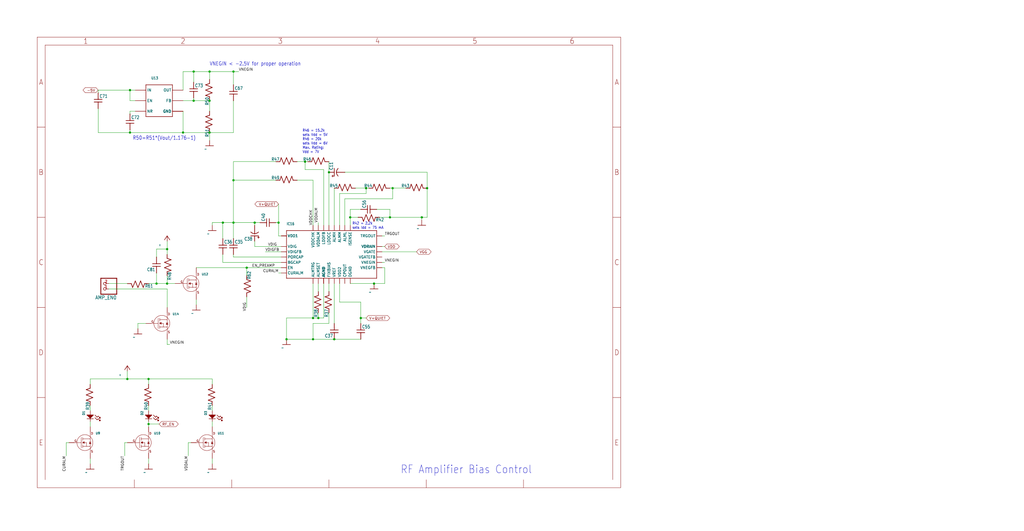
<source format=kicad_sch>
(kicad_sch (version 20211123) (generator eeschema)
  (paper "User" 490.22 254.406)
  (lib_symbols
    (symbol "aom_simple-eagle-import:+5V" (power)
      (property "Value" "+5V" (at -2.54 -5.08 90))
      (symbol "+5V_1_0"
        (polyline (pts (xy 0 0) (xy -1.27 -1.905)) (stroke (width 0.254)))
        (polyline (pts (xy 1.27 -1.905) (xy 0 0)) (stroke (width 0.254)))
        (pin power_in line (at 0 -2.54 90) (length 2.54) (name "+5V") (number "1"))
      )
    )
    (symbol "aom_simple-eagle-import:C_MLCC_SMDCMLCC_0402"
      (property "Reference" "C" (at 0.5715 0.0635 0))
      (property "Value" "C_MLCC_SMDCMLCC_0402" (at 0.5715 -4.3815 0))
      (symbol "C_MLCC_SMDCMLCC_0402_1_0"
        (polyline (pts (xy -1.905 -1.905) (xy 0 -1.905)) (stroke (width 0.3048)))
        (polyline (pts (xy 0 -1.905) (xy 0 -5.08)) (stroke (width 0.3048)))
        (polyline (pts (xy 0 -1.905) (xy 1.905 -1.905)) (stroke (width 0.3048)))
        (polyline (pts (xy 0 -0.635) (xy -1.905 -0.635)) (stroke (width 0.3048)))
        (polyline (pts (xy 0 -0.635) (xy 0 2.54)) (stroke (width 0.3048)))
        (polyline (pts (xy 1.905 -0.635) (xy 0 -0.635)) (stroke (width 0.3048)))
        (pin passive line (at 0 2.54 270) (length 0) (name "1") (number "P$1"))
        (pin passive line (at 0 -5.08 90) (length 0) (name "2") (number "P$2"))
      )
    )
    (symbol "aom_simple-eagle-import:C_MLCC_SMDCMLCC_0603"
      (property "Reference" "C" (at 0.5715 0.0635 0))
      (property "Value" "C_MLCC_SMDCMLCC_0603" (at 0.5715 -4.3815 0))
      (symbol "C_MLCC_SMDCMLCC_0603_1_0"
        (polyline (pts (xy -1.905 -1.905) (xy 0 -1.905)) (stroke (width 0.3048)))
        (polyline (pts (xy 0 -1.905) (xy 0 -5.08)) (stroke (width 0.3048)))
        (polyline (pts (xy 0 -1.905) (xy 1.905 -1.905)) (stroke (width 0.3048)))
        (polyline (pts (xy 0 -0.635) (xy -1.905 -0.635)) (stroke (width 0.3048)))
        (polyline (pts (xy 0 -0.635) (xy 0 2.54)) (stroke (width 0.3048)))
        (polyline (pts (xy 1.905 -0.635) (xy 0 -0.635)) (stroke (width 0.3048)))
        (pin passive line (at 0 2.54 270) (length 0) (name "1") (number "P$1"))
        (pin passive line (at 0 -5.08 90) (length 0) (name "2") (number "P$2"))
      )
    )
    (symbol "aom_simple-eagle-import:C_MLCC_SMDCMLCC_0805"
      (property "Reference" "C" (at 0.5715 0.0635 0))
      (property "Value" "C_MLCC_SMDCMLCC_0805" (at 0.5715 -4.3815 0))
      (symbol "C_MLCC_SMDCMLCC_0805_1_0"
        (polyline (pts (xy -1.905 -1.905) (xy 0 -1.905)) (stroke (width 0.3048)))
        (polyline (pts (xy 0 -1.905) (xy 0 -5.08)) (stroke (width 0.3048)))
        (polyline (pts (xy 0 -1.905) (xy 1.905 -1.905)) (stroke (width 0.3048)))
        (polyline (pts (xy 0 -0.635) (xy -1.905 -0.635)) (stroke (width 0.3048)))
        (polyline (pts (xy 0 -0.635) (xy 0 2.54)) (stroke (width 0.3048)))
        (polyline (pts (xy 1.905 -0.635) (xy 0 -0.635)) (stroke (width 0.3048)))
        (pin passive line (at 0 2.54 270) (length 0) (name "1") (number "P$1"))
        (pin passive line (at 0 -5.08 90) (length 0) (name "2") (number "P$2"))
      )
    )
    (symbol "aom_simple-eagle-import:C_MLCC_SMDCMLCC_1210"
      (property "Reference" "C" (at 0.5715 0.0635 0))
      (property "Value" "C_MLCC_SMDCMLCC_1210" (at 0.5715 -4.3815 0))
      (symbol "C_MLCC_SMDCMLCC_1210_1_0"
        (polyline (pts (xy -1.905 -1.905) (xy 0 -1.905)) (stroke (width 0.3048)))
        (polyline (pts (xy 0 -1.905) (xy 0 -5.08)) (stroke (width 0.3048)))
        (polyline (pts (xy 0 -1.905) (xy 1.905 -1.905)) (stroke (width 0.3048)))
        (polyline (pts (xy 0 -0.635) (xy -1.905 -0.635)) (stroke (width 0.3048)))
        (polyline (pts (xy 0 -0.635) (xy 0 2.54)) (stroke (width 0.3048)))
        (polyline (pts (xy 1.905 -0.635) (xy 0 -0.635)) (stroke (width 0.3048)))
        (pin passive line (at 0 2.54 270) (length 0) (name "1") (number "P$1"))
        (pin passive line (at 0 -5.08 90) (length 0) (name "2") (number "P$2"))
      )
    )
    (symbol "aom_simple-eagle-import:C_POL_SMDCPOL_1206"
      (property "Reference" "C" (at 1.016 0.635 0))
      (property "Value" "C_POL_SMDCPOL_1206" (at 1.016 -4.191 0))
      (symbol "C_POL_SMDCPOL_1206_1_0"
        (rectangle (start -2.253 0.668) (end -1.364 0.795) (fill (type outline)))
        (rectangle (start -1.872 0.287) (end -1.745 1.176) (fill (type outline)))
        (arc (start 0 -1.0161) (mid -0.9846 -1.2825) (end -1.8319 -1.8504) (stroke (width 0.3048)))
        (polyline (pts (xy -1.905 0) (xy 0 0)) (stroke (width 0.3048)))
        (polyline (pts (xy 0 -1.0161) (xy 0 -5.08)) (stroke (width 0.3048)))
        (polyline (pts (xy 0 -1.016) (xy 0 -1.0161)) (stroke (width 0.1524)))
        (polyline (pts (xy 0 0) (xy 0 2.54)) (stroke (width 0.3048)))
        (polyline (pts (xy 0 0) (xy 1.905 0)) (stroke (width 0.3048)))
        (arc (start 1.8542 -1.8542) (mid 0.9984 -1.2724) (end 0 -1) (stroke (width 0.3048)))
        (pin passive line (at 0 2.54 270) (length 0) (name "+") (number "P$1"))
        (pin passive line (at 0 -5.08 90) (length 0) (name "-") (number "P$2"))
      )
    )
    (symbol "aom_simple-eagle-import:FRAME_A_L"
      (symbol "FRAME_A_L_0_0"
        (polyline (pts (xy 0 43.18) (xy 3.81 43.18)))
        (polyline (pts (xy 0 86.36) (xy 3.81 86.36)))
        (polyline (pts (xy 0 129.54) (xy 3.81 129.54)))
        (polyline (pts (xy 0 172.72) (xy 3.81 172.72)))
        (polyline (pts (xy 3.81 3.81) (xy 3.81 212.09)))
        (polyline (pts (xy 46.5667 0) (xy 46.5667 3.81)))
        (polyline (pts (xy 93.1333 0) (xy 93.1333 3.81)))
        (polyline (pts (xy 139.7 0) (xy 139.7 3.81)))
        (polyline (pts (xy 186.2667 0) (xy 186.2667 3.81)))
        (polyline (pts (xy 232.8333 0) (xy 232.8333 3.81)))
        (polyline (pts (xy 275.59 3.81) (xy 275.59 212.09)))
        (polyline (pts (xy 275.59 43.18) (xy 279.4 43.18)))
        (polyline (pts (xy 275.59 86.36) (xy 279.4 86.36)))
        (polyline (pts (xy 275.59 129.54) (xy 279.4 129.54)))
        (polyline (pts (xy 275.59 172.72) (xy 279.4 172.72)))
        (polyline (pts (xy 275.59 212.09) (xy 3.81 212.09)))
        (polyline (pts (xy 0 0) (xy 279.4 0) (xy 279.4 215.9) (xy 0 215.9) (xy 0 0)))
        (text "1" (at 23.2833 213.995 0) (effects (font (size 2.54 2.286))))
        (text "2" (at 69.85 213.995 0) (effects (font (size 2.54 2.286))))
        (text "3" (at 116.4167 213.995 0) (effects (font (size 2.54 2.286))))
        (text "4" (at 162.9833 213.995 0) (effects (font (size 2.54 2.286))))
        (text "5" (at 209.55 213.995 0) (effects (font (size 2.54 2.286))))
        (text "6" (at 256.1167 213.995 0) (effects (font (size 2.54 2.286))))
        (text "A" (at 1.905 194.31 0) (effects (font (size 2.54 2.286))))
        (text "A" (at 277.495 194.31 0) (effects (font (size 2.54 2.286))))
        (text "B" (at 1.905 151.13 0) (effects (font (size 2.54 2.286))))
        (text "B" (at 277.495 151.13 0) (effects (font (size 2.54 2.286))))
        (text "C" (at 1.905 107.95 0) (effects (font (size 2.54 2.286))))
        (text "C" (at 277.495 107.95 0) (effects (font (size 2.54 2.286))))
        (text "D" (at 1.905 64.77 0) (effects (font (size 2.54 2.286))))
        (text "D" (at 277.495 64.77 0) (effects (font (size 2.54 2.286))))
        (text "E" (at 1.905 21.59 0) (effects (font (size 2.54 2.286))))
        (text "E" (at 277.495 21.59 0) (effects (font (size 2.54 2.286))))
      )
      (symbol "FRAME_A_L_2_0"
        (polyline (pts (xy 0 0) (xy 0 5.08)) (stroke (width 0.1016)))
        (polyline (pts (xy 0 0) (xy 71.12 0)) (stroke (width 0.1016)))
        (polyline (pts (xy 0 5.08) (xy 0 15.24)) (stroke (width 0.1016)))
        (polyline (pts (xy 0 5.08) (xy 71.12 5.08)) (stroke (width 0.1016)))
        (polyline (pts (xy 0 15.24) (xy 0 22.86)) (stroke (width 0.1016)))
        (polyline (pts (xy 0 22.86) (xy 0 35.56)) (stroke (width 0.1016)))
        (polyline (pts (xy 0 22.86) (xy 101.6 22.86)) (stroke (width 0.1016)))
        (polyline (pts (xy 71.12 0) (xy 101.6 0)) (stroke (width 0.1016)))
        (polyline (pts (xy 71.12 5.08) (xy 71.12 0)) (stroke (width 0.1016)))
        (polyline (pts (xy 71.12 5.08) (xy 87.63 5.08)) (stroke (width 0.1016)))
        (polyline (pts (xy 87.63 5.08) (xy 101.6 5.08)) (stroke (width 0.1016)))
        (polyline (pts (xy 87.63 15.24) (xy 0 15.24)) (stroke (width 0.1016)))
        (polyline (pts (xy 87.63 15.24) (xy 87.63 5.08)) (stroke (width 0.1016)))
        (polyline (pts (xy 101.6 5.08) (xy 101.6 0)) (stroke (width 0.1016)))
        (polyline (pts (xy 101.6 15.24) (xy 87.63 15.24)) (stroke (width 0.1016)))
        (polyline (pts (xy 101.6 15.24) (xy 101.6 5.08)) (stroke (width 0.1016)))
        (polyline (pts (xy 101.6 22.86) (xy 101.6 15.24)) (stroke (width 0.1016)))
        (polyline (pts (xy 101.6 35.56) (xy 0 35.56)) (stroke (width 0.1016)))
        (polyline (pts (xy 101.6 35.56) (xy 101.6 22.86)) (stroke (width 0.1016)))
        (text ">DRAWING_NAME" (at 17.78 19.05 0) (effects (font (size 2.54 2.159)) (justify left bottom)))
        (text ">LAST_DATE_TIME" (at 12.7 1.27 0) (effects (font (size 2.54 2.159)) (justify left bottom)))
        (text ">SHEET" (at 86.36 1.27 0) (effects (font (size 2.54 2.159)) (justify left bottom)))
        (text "Date:" (at 1.27 1.27 0) (effects (font (size 2.54 2.159)) (justify left bottom)))
        (text "Document Number:" (at 1.27 11.43 0) (effects (font (size 2.54 2.159)) (justify left bottom)))
        (text "REV:" (at 88.9 11.43 0) (effects (font (size 2.54 2.159)) (justify left bottom)))
        (text "Sheet:" (at 72.39 1.27 0) (effects (font (size 2.54 2.159)) (justify left bottom)))
        (text "TITLE:" (at 1.27 19.05 0) (effects (font (size 2.54 2.159)) (justify left bottom)))
      )
    )
    (symbol "aom_simple-eagle-import:GND" (power)
      (property "Value" "GND" (at -2.54 -2.54 0))
      (symbol "GND_1_0"
        (polyline (pts (xy -1.905 0) (xy 1.905 0)) (stroke (width 0.254)))
        (pin power_in line (at 0 2.54 270) (length 2.54) (name "GND") (number "1"))
      )
    )
    (symbol "aom_simple-eagle-import:HMC920"
      (property "Reference" "IC" (at -20.32 15.24 0))
      (property "Value" "HMC920" (at -20.32 -12.7 0))
      (symbol "HMC920_1_0"
        (polyline (pts (xy -20.32 -10.16) (xy 22.86 -10.16)) (stroke (width 0.254)))
        (polyline (pts (xy -20.32 12.7) (xy -20.32 -10.16)) (stroke (width 0.254)))
        (polyline (pts (xy -20.32 12.7) (xy 22.86 12.7)) (stroke (width 0.254)))
        (polyline (pts (xy 22.86 12.7) (xy 22.86 -10.16)) (stroke (width 0.254)))
        (pin bidirectional line (at -22.86 10.16 0) (length 2.54) (name "VDD1") (number "1"))
        (pin bidirectional line (at -5.08 -12.7 90) (length 2.54) (name "ALMSET") (number "10"))
        (pin bidirectional line (at -2.54 -12.7 90) (length 2.54) (name "AGND") (number "11"))
        (pin bidirectional line (at 0 -12.7 90) (length 2.54) (name "FIXBIAS") (number "12"))
        (pin bidirectional line (at 2.54 -12.7 90) (length 2.54) (name "VREF") (number "13"))
        (pin bidirectional line (at 5.08 -12.7 90) (length 2.54) (name "VDD2") (number "14"))
        (pin bidirectional line (at 7.62 -12.7 90) (length 2.54) (name "CPOUT") (number "15"))
        (pin bidirectional line (at 10.16 -12.7 90) (length 2.54) (name "DGND") (number "16"))
        (pin bidirectional line (at -2.54 -12.7 90) (length 2.54) (name "AGND") (number "17"))
        (pin bidirectional line (at 25.4 -5.08 180) (length 2.54) (name "VNEGFB") (number "18"))
        (pin bidirectional line (at 25.4 -2.54 180) (length 2.54) (name "VNEGIN") (number "19"))
        (pin bidirectional line (at -22.86 10.16 0) (length 2.54) (name "VDD1") (number "2"))
        (pin bidirectional line (at 25.4 0 180) (length 2.54) (name "VGATEFB") (number "20"))
        (pin bidirectional line (at 25.4 2.54 180) (length 2.54) (name "VGATE") (number "21"))
        (pin bidirectional line (at 25.4 5.08 180) (length 2.54) (name "VDRAIN") (number "22"))
        (pin bidirectional line (at 25.4 5.08 180) (length 2.54) (name "VDRAIN") (number "23"))
        (pin bidirectional line (at 25.4 10.16 180) (length 2.54) (name "TRGOUT") (number "24"))
        (pin bidirectional line (at 10.16 15.24 270) (length 2.54) (name "ISENSE") (number "25"))
        (pin bidirectional line (at 7.62 15.24 270) (length 2.54) (name "ALML") (number "26"))
        (pin bidirectional line (at 5.08 15.24 270) (length 2.54) (name "ALMM") (number "27"))
        (pin bidirectional line (at 2.54 15.24 270) (length 2.54) (name "ALMH") (number "28"))
        (pin bidirectional line (at 0 15.24 270) (length 2.54) (name "LDOCC") (number "29"))
        (pin bidirectional line (at -22.86 5.08 0) (length 2.54) (name "VDIG") (number "3"))
        (pin bidirectional line (at -2.54 15.24 270) (length 2.54) (name "LDOFB") (number "30"))
        (pin bidirectional line (at -5.08 15.24 270) (length 2.54) (name "VDDALM") (number "31"))
        (pin bidirectional line (at -7.62 15.24 270) (length 2.54) (name "VDDCHK") (number "32"))
        (pin bidirectional line (at -2.54 -12.7 90) (length 2.54) (name "AGND") (number "33"))
        (pin bidirectional line (at -2.54 -12.7 90) (length 2.54) (name "AGND") (number "34"))
        (pin bidirectional line (at -2.54 -12.7 90) (length 2.54) (name "AGND") (number "35"))
        (pin bidirectional line (at -2.54 -12.7 90) (length 2.54) (name "AGND") (number "36"))
        (pin bidirectional line (at -2.54 -12.7 90) (length 2.54) (name "AGND") (number "37"))
        (pin bidirectional line (at -2.54 -12.7 90) (length 2.54) (name "AGND") (number "38"))
        (pin bidirectional line (at -2.54 -12.7 90) (length 2.54) (name "AGND") (number "39"))
        (pin bidirectional line (at -22.86 2.54 0) (length 2.54) (name "VDIGFB") (number "4"))
        (pin bidirectional line (at -2.54 -12.7 90) (length 2.54) (name "AGND") (number "40"))
        (pin bidirectional line (at -2.54 -12.7 90) (length 2.54) (name "AGND") (number "41"))
        (pin bidirectional line (at -2.54 -12.7 90) (length 2.54) (name "AGND") (number "42"))
        (pin bidirectional line (at -22.86 0 0) (length 2.54) (name "PORCAP") (number "5"))
        (pin bidirectional line (at -22.86 -2.54 0) (length 2.54) (name "BGCAP") (number "6"))
        (pin bidirectional line (at -22.86 -5.08 0) (length 2.54) (name "EN") (number "7"))
        (pin bidirectional line (at -22.86 -7.62 0) (length 2.54) (name "CURALM") (number "8"))
        (pin bidirectional line (at -7.62 -12.7 90) (length 2.54) (name "ALMTRG") (number "9"))
      )
    )
    (symbol "aom_simple-eagle-import:LED_SINGLE-0603-GREEN"
      (property "Reference" "D" (at -2.54 -2.54 0))
      (property "Value" "LED_SINGLE-0603-GREEN" (at -2.54 -5.08 0))
      (symbol "LED_SINGLE-0603-GREEN_1_0"
        (polyline (pts (xy -0.508 -1.524) (xy -0.508 1.524)) (stroke (width 0.254)))
        (polyline (pts (xy -0.508 1.524) (xy 1.016 0)) (stroke (width 0.254)))
        (polyline (pts (xy -0.508 2.286) (xy 0.508 3.302)) (stroke (width 0.254)))
        (polyline (pts (xy 0 3.81) (xy 1.016 4.826)) (stroke (width 0.254)))
        (polyline (pts (xy 0.508 3.302) (xy 0 3.81)) (stroke (width 0.254)))
        (polyline (pts (xy 0.508 4.826) (xy 1.016 4.318)) (stroke (width 0.254)))
        (polyline (pts (xy 0.762 2.286) (xy 1.778 3.302)) (stroke (width 0.254)))
        (polyline (pts (xy 1.016 0) (xy -0.508 -1.524)) (stroke (width 0.254)))
        (polyline (pts (xy 1.016 4.318) (xy 1.016 4.826)) (stroke (width 0.254)))
        (polyline (pts (xy 1.016 4.826) (xy 0.508 4.826)) (stroke (width 0.254)))
        (polyline (pts (xy 1.27 1.524) (xy 1.27 -1.524)) (stroke (width 0.254)))
        (polyline (pts (xy 1.27 3.81) (xy 2.286 4.826)) (stroke (width 0.254)))
        (polyline (pts (xy 1.778 3.302) (xy 1.27 3.81)) (stroke (width 0.254)))
        (polyline (pts (xy 1.778 4.826) (xy 2.286 4.318)) (stroke (width 0.254)))
        (polyline (pts (xy 2.286 4.318) (xy 2.286 4.826)) (stroke (width 0.254)))
        (polyline (pts (xy 2.286 4.826) (xy 1.778 4.826)) (stroke (width 0.254)))
        (polyline (pts (xy -0.508 -1.524) (xy -0.508 1.524) (xy 1.016 0)) (fill (type outline)))
        (pin power_in line (at -2.54 0 0) (length 2.54) (name "ANODE") (number "ANODE"))
        (pin power_in line (at 2.54 0 180) (length 2.54) (name "CATHODE") (number "CATHODE"))
      )
    )
    (symbol "aom_simple-eagle-import:LED_SINGLE-0603-RED"
      (property "Reference" "D" (at -2.54 -2.54 0))
      (property "Value" "LED_SINGLE-0603-RED" (at -2.54 -5.08 0))
      (symbol "LED_SINGLE-0603-RED_1_0"
        (polyline (pts (xy -0.508 -1.524) (xy -0.508 1.524)) (stroke (width 0.254)))
        (polyline (pts (xy -0.508 1.524) (xy 1.016 0)) (stroke (width 0.254)))
        (polyline (pts (xy -0.508 2.286) (xy 0.508 3.302)) (stroke (width 0.254)))
        (polyline (pts (xy 0 3.81) (xy 1.016 4.826)) (stroke (width 0.254)))
        (polyline (pts (xy 0.508 3.302) (xy 0 3.81)) (stroke (width 0.254)))
        (polyline (pts (xy 0.508 4.826) (xy 1.016 4.318)) (stroke (width 0.254)))
        (polyline (pts (xy 0.762 2.286) (xy 1.778 3.302)) (stroke (width 0.254)))
        (polyline (pts (xy 1.016 0) (xy -0.508 -1.524)) (stroke (width 0.254)))
        (polyline (pts (xy 1.016 4.318) (xy 1.016 4.826)) (stroke (width 0.254)))
        (polyline (pts (xy 1.016 4.826) (xy 0.508 4.826)) (stroke (width 0.254)))
        (polyline (pts (xy 1.27 1.524) (xy 1.27 -1.524)) (stroke (width 0.254)))
        (polyline (pts (xy 1.27 3.81) (xy 2.286 4.826)) (stroke (width 0.254)))
        (polyline (pts (xy 1.778 3.302) (xy 1.27 3.81)) (stroke (width 0.254)))
        (polyline (pts (xy 1.778 4.826) (xy 2.286 4.318)) (stroke (width 0.254)))
        (polyline (pts (xy 2.286 4.318) (xy 2.286 4.826)) (stroke (width 0.254)))
        (polyline (pts (xy 2.286 4.826) (xy 1.778 4.826)) (stroke (width 0.254)))
        (polyline (pts (xy -0.508 -1.524) (xy -0.508 1.524) (xy 1.016 0)) (fill (type outline)))
        (pin power_in line (at -2.54 0 0) (length 2.54) (name "ANODE") (number "ANODE"))
        (pin power_in line (at 2.54 0 180) (length 2.54) (name "CATHODE") (number "CATHODE"))
      )
    )
    (symbol "aom_simple-eagle-import:N-CHANNEL_FET_SOT-23-3"
      (property "Reference" "U" (at 5.08 5.08 0))
      (property "Value" "N-CHANNEL_FET_SOT-23-3" (at 5.08 2.54 0))
      (symbol "N-CHANNEL_FET_SOT-23-3_1_0"
        (polyline (pts (xy -5.08 0) (xy -1.778 0)) (stroke (width 0.1524)))
        (polyline (pts (xy -1.778 0) (xy -1.778 -2.54)) (stroke (width 0.1524)))
        (polyline (pts (xy -1.778 0) (xy -1.778 2.54)) (stroke (width 0.1524)))
        (polyline (pts (xy -1.016 -1.778) (xy -1.016 -2.54)) (stroke (width 0.1524)))
        (polyline (pts (xy -1.016 -1.778) (xy -1.016 -1.016)) (stroke (width 0.1524)))
        (polyline (pts (xy -1.016 0) (xy -1.016 -0.508)) (stroke (width 0.1524)))
        (polyline (pts (xy -1.016 0) (xy 0.762 0)) (stroke (width 0.1524)))
        (polyline (pts (xy -1.016 0.508) (xy -1.016 0)) (stroke (width 0.1524)))
        (polyline (pts (xy -1.016 1.778) (xy -1.016 1.016)) (stroke (width 0.1524)))
        (polyline (pts (xy -1.016 1.778) (xy -1.016 2.54)) (stroke (width 0.1524)))
        (polyline (pts (xy 0.762 -1.778) (xy -1.016 -1.778)) (stroke (width 0.1524)))
        (polyline (pts (xy 0.762 0) (xy 0.762 -1.778)) (stroke (width 0.1524)))
        (polyline (pts (xy 2.032 0.254) (xy 3.048 0.254)) (stroke (width 0.1524)))
        (polyline (pts (xy 2.54 -5.08) (xy 2.54 -1.778)) (stroke (width 0.1524)))
        (polyline (pts (xy 2.54 -1.778) (xy 0.762 -1.778)) (stroke (width 0.1524)))
        (polyline (pts (xy 2.54 1.778) (xy -1.016 1.778)) (stroke (width 0.1524)))
        (polyline (pts (xy 2.54 1.778) (xy 2.54 -1.778)) (stroke (width 0.1524)))
        (polyline (pts (xy 2.54 5.08) (xy 2.54 1.778)) (stroke (width 0.1524)))
        (polyline (pts (xy -1.016 0) (xy -0.254 0.508) (xy -0.254 -0.508)) (fill (type outline)))
        (polyline (pts (xy 2.54 0.254) (xy 2.032 -0.508) (xy 3.048 -0.508)) (fill (type outline)))
        (circle (center 0 0) (radius 3.8184) (stroke (width 0.1524)))
        (text "D" (at 2.794 3.81 0) (effects (font (size 1.016 1.016)) (justify left bottom)))
        (text "G" (at -5.08 0.254 0) (effects (font (size 1.016 1.016)) (justify left bottom)))
        (text "S" (at 2.794 -4.826 0) (effects (font (size 1.016 1.016)) (justify left bottom)))
        (pin bidirectional line (at -7.62 0 0) (length 2.54) (name "GATE") (number "P$1"))
        (pin bidirectional line (at 2.54 -7.62 90) (length 2.54) (name "SOURCE") (number "P$2"))
        (pin bidirectional line (at 2.54 7.62 270) (length 2.54) (name "DRAIN") (number "P$3"))
      )
    )
    (symbol "aom_simple-eagle-import:PINHD-1X2"
      (property "Reference" "JP" (at -6.35 5.715 0))
      (property "Value" "PINHD-1X2" (at -6.35 -5.08 0))
      (symbol "PINHD-1X2_1_0"
        (polyline (pts (xy -6.35 -2.54) (xy 1.27 -2.54)) (stroke (width 0.4064)))
        (polyline (pts (xy -6.35 5.08) (xy -6.35 -2.54)) (stroke (width 0.4064)))
        (polyline (pts (xy 1.27 -2.54) (xy 1.27 5.08)) (stroke (width 0.4064)))
        (polyline (pts (xy 1.27 5.08) (xy -6.35 5.08)) (stroke (width 0.4064)))
        (pin passive inverted (at -2.54 2.54 0) (length 2.54) (name "1") (number "1"))
        (pin passive inverted (at -2.54 0 0) (length 2.54) (name "2") (number "2"))
      )
    )
    (symbol "aom_simple-eagle-import:R_SMDR0402"
      (property "Reference" "R" (at -7.3025 0.3175 0))
      (property "Value" "R_SMDR0402" (at 3.3338 0.3175 0))
      (symbol "R_SMDR0402_1_0"
        (polyline (pts (xy -3.175 0) (xy -5.08 0)) (stroke (width 0.3048)))
        (polyline (pts (xy -2.54 1.905) (xy -3.175 0)) (stroke (width 0.3048)))
        (polyline (pts (xy -2.54 1.905) (xy -1.27 -1.27)) (stroke (width 0.3048)))
        (polyline (pts (xy -1.27 -1.27) (xy 0 1.905)) (stroke (width 0.3048)))
        (polyline (pts (xy 0 1.905) (xy 1.27 -1.27)) (stroke (width 0.3048)))
        (polyline (pts (xy 1.27 -1.27) (xy 2.54 1.905)) (stroke (width 0.3048)))
        (polyline (pts (xy 2.54 1.905) (xy 3.175 0)) (stroke (width 0.3048)))
        (polyline (pts (xy 3.175 0) (xy 5.08 0)) (stroke (width 0.3048)))
        (pin passive line (at -5.08 0 0) (length 0) (name "1") (number "P$1"))
        (pin passive line (at 5.08 0 180) (length 0) (name "2") (number "P$2"))
      )
    )
    (symbol "aom_simple-eagle-import:R_SMDR0603"
      (property "Reference" "R" (at -7.3025 0.3175 0))
      (property "Value" "R_SMDR0603" (at 3.3338 0.3175 0))
      (symbol "R_SMDR0603_1_0"
        (polyline (pts (xy -3.175 0) (xy -5.08 0)) (stroke (width 0.3048)))
        (polyline (pts (xy -2.54 1.905) (xy -3.175 0)) (stroke (width 0.3048)))
        (polyline (pts (xy -2.54 1.905) (xy -1.27 -1.27)) (stroke (width 0.3048)))
        (polyline (pts (xy -1.27 -1.27) (xy 0 1.905)) (stroke (width 0.3048)))
        (polyline (pts (xy 0 1.905) (xy 1.27 -1.27)) (stroke (width 0.3048)))
        (polyline (pts (xy 1.27 -1.27) (xy 2.54 1.905)) (stroke (width 0.3048)))
        (polyline (pts (xy 2.54 1.905) (xy 3.175 0)) (stroke (width 0.3048)))
        (polyline (pts (xy 3.175 0) (xy 5.08 0)) (stroke (width 0.3048)))
        (pin passive line (at -5.08 0 0) (length 0) (name "1") (number "P$1"))
        (pin passive line (at 5.08 0 180) (length 0) (name "2") (number "P$2"))
      )
    )
    (symbol "aom_simple-eagle-import:TPS7A30XX"
      (property "Reference" "U" (at -2.54 10.16 0))
      (property "Value" "TPS7A30XX" (at -5.08 -12.7 0))
      (symbol "TPS7A30XX_1_0"
        (polyline (pts (xy -5.08 -7.62) (xy -5.08 7.62)) (stroke (width 0.254)))
        (polyline (pts (xy -5.08 7.62) (xy 7.62 7.62)) (stroke (width 0.254)))
        (polyline (pts (xy 7.62 -7.62) (xy -5.08 -7.62)) (stroke (width 0.254)))
        (polyline (pts (xy 7.62 7.62) (xy 7.62 -7.62)) (stroke (width 0.254)))
        (pin bidirectional line (at -10.16 0 0) (length 5.08) (name "EN") (number "EN"))
        (pin bidirectional line (at 12.7 0 180) (length 5.08) (name "FB") (number "FB"))
        (pin bidirectional line (at 12.7 -5.08 180) (length 5.08) (name "GND") (number "GND"))
        (pin bidirectional line (at 12.7 -5.08 180) (length 5.08) (name "GND") (number "GND1"))
        (pin bidirectional line (at -10.16 5.08 0) (length 5.08) (name "IN") (number "IN"))
        (pin bidirectional line (at -10.16 -5.08 0) (length 5.08) (name "NR") (number "NR/SS"))
        (pin bidirectional line (at 12.7 5.08 180) (length 5.08) (name "OUT") (number "OUT"))
      )
    )
  )
  (junction (at 133.35 106.68))
  (junction (at 111.76 86.36))
  (junction (at 100.33 63.5))
  (junction (at 60.96 181.61))
  (junction (at 71.12 181.61))
  (junction (at 149.86 162.56))
  (junction (at 106.68 106.68))
  (junction (at 118.11 128.27))
  (junction (at 160.02 162.56))
  (junction (at 92.71 48.26))
  (junction (at 80.01 135.89))
  (junction (at 172.72 152.4))
  (junction (at 111.76 34.29))
  (junction (at 187.96 90.17))
  (junction (at 92.71 34.29))
  (junction (at 146.05 77.47))
  (junction (at 80.01 119.38))
  (junction (at 149.86 152.4))
  (junction (at 62.23 43.18))
  (junction (at 175.26 90.17))
  (junction (at 62.23 63.5))
  (junction (at 137.16 162.56))
  (junction (at 121.92 106.68))
  (junction (at 152.4 152.4))
  (junction (at 157.48 82.55))
  (junction (at 111.76 106.68))
  (junction (at 204.47 90.17))
  (junction (at 179.07 135.89))
  (junction (at 186.69 104.14))
  (junction (at 87.63 63.5))
  (junction (at 167.64 104.14))
  (junction (at 100.33 34.29))
  (junction (at 74.93 135.89))
  (junction (at 201.93 104.14))
  (junction (at 100.33 48.26))
  (junction (at 71.12 203.2))
  (wire (pts (xy 87.63 34.29) (xy 92.71 34.29)))
  (wire (pts (xy 66.04 157.48) (xy 66.04 154.94)))
  (wire (pts (xy 134.62 123.19) (xy 111.76 123.19)))
  (wire (pts (xy 152.4 152.4) (xy 149.86 152.4)))
  (wire (pts (xy 152.4 106.68) (xy 152.4 107.95)))
  (wire (pts (xy 80.01 121.92) (xy 80.01 119.38)))
  (wire (pts (xy 165.1 95.25) (xy 187.96 95.25)))
  (wire (pts (xy 146.05 77.47) (xy 147.32 77.47)))
  (wire (pts (xy 186.69 100.33) (xy 186.69 104.14)))
  (wire (pts (xy 71.12 135.89) (xy 74.93 135.89)))
  (wire (pts (xy 46.99 63.5) (xy 62.23 63.5)))
  (wire (pts (xy 204.47 90.17) (xy 204.47 82.55)))
  (wire (pts (xy 182.88 113.03) (xy 184.15 113.03)))
  (wire (pts (xy 100.33 38.1) (xy 100.33 34.29)))
  (wire (pts (xy 182.88 128.27) (xy 184.15 128.27)))
  (wire (pts (xy 149.86 86.36) (xy 142.24 86.36)))
  (wire (pts (xy 52.07 135.89) (xy 60.96 135.89)))
  (wire (pts (xy 101.6 181.61) (xy 71.12 181.61)))
  (wire (pts (xy 62.23 43.18) (xy 64.77 43.18)))
  (wire (pts (xy 118.11 132.08) (xy 118.11 128.27)))
  (wire (pts (xy 170.18 90.17) (xy 175.26 90.17)))
  (wire (pts (xy 92.71 48.26) (xy 100.33 48.26)))
  (wire (pts (xy 100.33 63.5) (xy 100.33 67.31)))
  (wire (pts (xy 121.92 107.95) (xy 121.92 106.68)))
  (wire (pts (xy 59.69 212.09) (xy 59.69 218.44)))
  (wire (pts (xy 80.01 132.08) (xy 80.01 135.89)))
  (wire (pts (xy 172.72 162.56) (xy 160.02 162.56)))
  (wire (pts (xy 149.86 152.4) (xy 137.16 152.4)))
  (wire (pts (xy 157.48 107.95) (xy 157.48 82.55)))
  (wire (pts (xy 162.56 92.71) (xy 162.56 107.95)))
  (wire (pts (xy 160.02 107.95) (xy 160.02 90.17)))
  (wire (pts (xy 152.4 139.7) (xy 152.4 135.89)))
  (wire (pts (xy 46.99 43.18) (xy 46.99 44.45)))
  (wire (pts (xy 154.94 81.28) (xy 146.05 81.28)))
  (wire (pts (xy 71.12 203.2) (xy 76.2 203.2)))
  (wire (pts (xy 66.04 154.94) (xy 69.85 154.94)))
  (wire (pts (xy 172.72 144.78) (xy 162.56 144.78)))
  (wire (pts (xy 187.96 95.25) (xy 187.96 90.17)))
  (wire (pts (xy 152.4 149.86) (xy 152.4 152.4)))
  (wire (pts (xy 137.16 152.4) (xy 137.16 162.56)))
  (wire (pts (xy 101.6 196.85) (xy 101.6 194.31)))
  (wire (pts (xy 182.88 118.11) (xy 184.15 118.11)))
  (wire (pts (xy 74.93 123.19) (xy 74.93 119.38)))
  (wire (pts (xy 111.76 48.26) (xy 111.76 63.5)))
  (wire (pts (xy 60.96 212.09) (xy 59.69 212.09)))
  (wire (pts (xy 134.62 130.81) (xy 133.35 130.81)))
  (wire (pts (xy 172.72 154.94) (xy 172.72 152.4)))
  (wire (pts (xy 149.86 135.89) (xy 149.86 152.4)))
  (wire (pts (xy 111.76 40.64) (xy 111.76 34.29)))
  (wire (pts (xy 133.35 106.68) (xy 133.35 97.79)))
  (wire (pts (xy 62.23 62.23) (xy 62.23 63.5)))
  (wire (pts (xy 74.93 130.81) (xy 74.93 135.89)))
  (wire (pts (xy 101.6 106.68) (xy 106.68 106.68)))
  (wire (pts (xy 111.76 34.29) (xy 114.3 34.29)))
  (wire (pts (xy 157.48 154.94) (xy 149.86 154.94)))
  (wire (pts (xy 132.08 77.47) (xy 111.76 77.47)))
  (wire (pts (xy 90.17 212.09) (xy 90.17 218.44)))
  (wire (pts (xy 175.26 152.4) (xy 172.72 152.4)))
  (wire (pts (xy 175.26 90.17) (xy 176.53 90.17)))
  (wire (pts (xy 157.48 82.55) (xy 157.48 77.47)))
  (wire (pts (xy 146.05 77.47) (xy 142.24 77.47)))
  (wire (pts (xy 160.02 162.56) (xy 149.86 162.56)))
  (wire (pts (xy 91.44 212.09) (xy 90.17 212.09)))
  (wire (pts (xy 149.86 162.56) (xy 137.16 162.56)))
  (wire (pts (xy 31.75 212.09) (xy 31.75 218.44)))
  (wire (pts (xy 93.98 143.51) (xy 93.98 146.05)))
  (wire (pts (xy 111.76 106.68) (xy 121.92 106.68)))
  (wire (pts (xy 43.18 222.25) (xy 43.18 219.71)))
  (wire (pts (xy 154.94 135.89) (xy 154.94 152.4)))
  (wire (pts (xy 186.69 104.14) (xy 201.93 104.14)))
  (wire (pts (xy 167.64 107.95) (xy 167.64 104.14)))
  (wire (pts (xy 52.07 138.43) (xy 80.01 138.43)))
  (wire (pts (xy 118.11 128.27) (xy 134.62 128.27)))
  (wire (pts (xy 204.47 82.55) (xy 165.1 82.55)))
  (wire (pts (xy 87.63 53.34) (xy 87.63 63.5)))
  (wire (pts (xy 100.33 48.26) (xy 100.33 53.34)))
  (wire (pts (xy 71.12 181.61) (xy 71.12 184.15)))
  (wire (pts (xy 111.76 86.36) (xy 111.76 106.68)))
  (wire (pts (xy 43.18 204.47) (xy 43.18 201.93)))
  (wire (pts (xy 167.64 100.33) (xy 172.72 100.33)))
  (wire (pts (xy 146.05 81.28) (xy 146.05 77.47)))
  (wire (pts (xy 132.08 86.36) (xy 111.76 86.36)))
  (wire (pts (xy 92.71 48.26) (xy 92.71 46.99)))
  (wire (pts (xy 106.68 106.68) (xy 111.76 106.68)))
  (wire (pts (xy 162.56 144.78) (xy 162.56 135.89)))
  (wire (pts (xy 87.63 48.26) (xy 92.71 48.26)))
  (wire (pts (xy 133.35 106.68) (xy 133.35 113.03)))
  (wire (pts (xy 64.77 53.34) (xy 62.23 53.34)))
  (wire (pts (xy 106.68 121.92) (xy 106.68 125.73)))
  (wire (pts (xy 80.01 119.38) (xy 80.01 115.57)))
  (wire (pts (xy 111.76 114.3) (xy 111.76 106.68)))
  (wire (pts (xy 80.01 162.56) (xy 80.01 165.1)))
  (wire (pts (xy 87.63 63.5) (xy 100.33 63.5)))
  (wire (pts (xy 62.23 53.34) (xy 62.23 54.61)))
  (wire (pts (xy 154.94 107.95) (xy 154.94 81.28)))
  (wire (pts (xy 80.01 135.89) (xy 83.82 135.89)))
  (wire (pts (xy 182.88 125.73) (xy 184.15 125.73)))
  (wire (pts (xy 111.76 63.5) (xy 100.33 63.5)))
  (wire (pts (xy 74.93 119.38) (xy 80.01 119.38)))
  (wire (pts (xy 180.34 100.33) (xy 186.69 100.33)))
  (wire (pts (xy 64.77 48.26) (xy 62.23 48.26)))
  (wire (pts (xy 184.15 128.27) (xy 184.15 135.89)))
  (wire (pts (xy 43.18 181.61) (xy 60.96 181.61)))
  (wire (pts (xy 182.88 120.65) (xy 199.39 120.65)))
  (wire (pts (xy 62.23 63.5) (xy 87.63 63.5)))
  (wire (pts (xy 172.72 152.4) (xy 172.72 144.78)))
  (wire (pts (xy 101.6 204.47) (xy 101.6 201.93)))
  (wire (pts (xy 132.08 106.68) (xy 133.35 106.68)))
  (wire (pts (xy 186.69 90.17) (xy 187.96 90.17)))
  (wire (pts (xy 149.86 107.95) (xy 149.86 86.36)))
  (wire (pts (xy 71.12 196.85) (xy 71.12 194.31)))
  (wire (pts (xy 184.15 135.89) (xy 179.07 135.89)))
  (wire (pts (xy 111.76 123.19) (xy 111.76 121.92)))
  (wire (pts (xy 154.94 152.4) (xy 152.4 152.4)))
  (wire (pts (xy 101.6 107.95) (xy 101.6 106.68)))
  (wire (pts (xy 46.99 52.07) (xy 46.99 63.5)))
  (wire (pts (xy 62.23 43.18) (xy 46.99 43.18)))
  (wire (pts (xy 92.71 39.37) (xy 92.71 34.29)))
  (wire (pts (xy 201.93 104.14) (xy 201.93 105.41)))
  (wire (pts (xy 167.64 104.14) (xy 171.45 104.14)))
  (wire (pts (xy 175.26 92.71) (xy 162.56 92.71)))
  (wire (pts (xy 181.61 104.14) (xy 186.69 104.14)))
  (wire (pts (xy 160.02 154.94) (xy 160.02 135.89)))
  (wire (pts (xy 121.92 118.11) (xy 121.92 115.57)))
  (wire (pts (xy 71.12 203.2) (xy 71.12 201.93)))
  (wire (pts (xy 165.1 107.95) (xy 165.1 95.25)))
  (wire (pts (xy 71.12 204.47) (xy 71.12 203.2)))
  (wire (pts (xy 134.62 118.11) (xy 121.92 118.11)))
  (wire (pts (xy 121.92 106.68) (xy 124.46 106.68)))
  (wire (pts (xy 87.63 43.18) (xy 87.63 34.29)))
  (wire (pts (xy 157.48 149.86) (xy 157.48 154.94)))
  (wire (pts (xy 33.02 212.09) (xy 31.75 212.09)))
  (wire (pts (xy 134.62 120.65) (xy 127 120.65)))
  (wire (pts (xy 204.47 104.14) (xy 204.47 90.17)))
  (wire (pts (xy 106.68 125.73) (xy 134.62 125.73)))
  (wire (pts (xy 175.26 90.17) (xy 175.26 92.71)))
  (wire (pts (xy 80.01 147.32) (xy 80.01 138.43)))
  (wire (pts (xy 62.23 48.26) (xy 62.23 43.18)))
  (wire (pts (xy 118.11 142.24) (xy 118.11 147.32)))
  (wire (pts (xy 43.18 184.15) (xy 43.18 181.61)))
  (wire (pts (xy 93.98 128.27) (xy 118.11 128.27)))
  (wire (pts (xy 106.68 114.3) (xy 106.68 106.68)))
  (wire (pts (xy 92.71 34.29) (xy 100.33 34.29)))
  (wire (pts (xy 43.18 196.85) (xy 43.18 194.31)))
  (wire (pts (xy 100.33 34.29) (xy 111.76 34.29)))
  (wire (pts (xy 201.93 104.14) (xy 204.47 104.14)))
  (wire (pts (xy 157.48 135.89) (xy 157.48 139.7)))
  (wire (pts (xy 101.6 222.25) (xy 101.6 219.71)))
  (wire (pts (xy 149.86 154.94) (xy 149.86 162.56)))
  (wire (pts (xy 71.12 222.25) (xy 71.12 219.71)))
  (wire (pts (xy 101.6 184.15) (xy 101.6 181.61)))
  (wire (pts (xy 167.64 104.14) (xy 167.64 100.33)))
  (wire (pts (xy 80.01 165.1) (xy 81.28 165.1)))
  (wire (pts (xy 187.96 90.17) (xy 194.31 90.17)))
  (wire (pts (xy 111.76 77.47) (xy 111.76 86.36)))
  (wire (pts (xy 74.93 135.89) (xy 80.01 135.89)))
  (wire (pts (xy 133.35 113.03) (xy 134.62 113.03)))
  (wire (pts (xy 167.64 135.89) (xy 179.07 135.89)))
  (wire (pts (xy 60.96 177.8) (xy 60.96 181.61)))
  (wire (pts (xy 60.96 181.61) (xy 71.12 181.61)))
  (text "R50=R51*(Vout/1.176-1)" (at 63.5 67.31 180) (effects (font (size 1.778 1.5113)) (justify left bottom)))
  (text "R46 = 15.2k\nsets Vdd = 5V\nR46 = 20k\nsets Vdd = 6V\nMax. Rating:\nVdd = 7V" (at 144.78 73.66 0) (effects (font (size 1.27 1.0795)) (justify left bottom)))
  (text "R42 = 2.2k\nsets Idd = 75 mA" (at 168.656 109.982 180) (effects (font (size 1.27 1.0795)) (justify left bottom)))
  (text "VNEGIN < -2.5V for proper operation" (at 100.33 31.75 180) (effects (font (size 1.778 1.5113)) (justify left bottom)))
  (text "RF Amplifier Bias Control" (at 191.77 227.33 180) (effects (font (size 3.81 3.2385)) (justify left bottom)))
  (label "VDIGFB" (at 127 120.65 0) (effects (font (size 1.2446 1.2446))))
  (label "TRGOUT" (at 184.15 113.03 0) (effects (font (size 1.2446 1.2446))))
  (label "EN_PREAMP" (at 120.65 128.27 0) (effects (font (size 1.2446 1.2446))))
  (label "VNEGIN" (at 184.15 125.73 0) (effects (font (size 1.2446 1.2446))))
  (label "VDDALM" (at 152.4 106.68 90) (effects (font (size 1.2446 1.2446))))
  (label "VDIG" (at 118.11 144.78 270) (effects (font (size 1.2446 1.2446))))
  (label "VNEGIN" (at 114.3 34.29 0) (effects (font (size 1.2446 1.2446))))
  (label "TRGOUT" (at 59.69 218.44 270) (effects (font (size 1.2446 1.2446))))
  (label "VDIG" (at 128.27 118.11 0) (effects (font (size 1.2446 1.2446))))
  (label "VNEGIN" (at 81.28 165.1 0) (effects (font (size 1.2446 1.2446))))
  (label "VDDALM" (at 90.17 218.44 270) (effects (font (size 1.2446 1.2446))))
  (label "VDDCHK" (at 149.86 107.95 90) (effects (font (size 1.2446 1.2446))))
  (label "CURALM" (at 133.35 130.81 180) (effects (font (size 1.2446 1.2446))))
  (label "CURALM" (at 31.75 218.44 270) (effects (font (size 1.2446 1.2446))))
  (global_label "V+QUIET" (shape bidirectional) (at 133.35 97.79 180) (effects (font (size 1.2446 1.2446))) (property "Intersheet References" "${INTERSHEET_REFS}" (effects hide)))
  (global_label "VDD" (shape bidirectional) (at 184.15 118.11 0) (effects (font (size 1.2446 1.2446))) (property "Intersheet References" "${INTERSHEET_REFS}" (effects hide)))
  (global_label "RF_EN" (shape bidirectional) (at 76.2 203.2 0) (effects (font (size 1.2446 1.2446))) (property "Intersheet References" "${INTERSHEET_REFS}" (effects hide)))
  (global_label "V+QUIET" (shape bidirectional) (at 175.26 152.4 0) (effects (font (size 1.2446 1.2446))) (property "Intersheet References" "${INTERSHEET_REFS}" (effects hide)))
  (global_label "VGG" (shape bidirectional) (at 199.39 120.65 0) (effects (font (size 1.2446 1.2446))) (property "Intersheet References" "${INTERSHEET_REFS}" (effects hide)))
  (global_label "-5V" (shape bidirectional) (at 46.99 43.18 180) (effects (font (size 1.2446 1.2446))) (property "Intersheet References" "${INTERSHEET_REFS}" (effects hide)))
  (symbol (lib_id "aom_simple-eagle-import:C_MLCC_SMDCMLCC_0603") (at 160.02 160.02 180) (unit 1)
    (property "Reference" "C37" (at 159.4485 160.0835 0) (effects (font (size 1.524 1.2954)) (justify left bottom)))
  )
  (symbol (lib_id "aom_simple-eagle-import:C_MLCC_SMDCMLCC_0402") (at 175.26 100.33 90) (unit 1)
    (property "Reference" "C56" (at 175.1965 99.7585 0) (effects (font (size 1.524 1.2954)) (justify left bottom)))
  )
  (symbol (lib_id "aom_simple-eagle-import:C_MLCC_SMDCMLCC_0603") (at 74.93 128.27 180) (unit 1)
    (property "Reference" "C81" (at 74.3585 128.3335 0) (effects (font (size 1.524 1.2954)) (justify left bottom)))
  )
  (symbol (lib_id "aom_simple-eagle-import:LED_SINGLE-0603-RED") (at 43.18 199.39 270) (unit 1)
    (property "Reference" "D1" (at 40.64 196.85 0) (effects (font (size 1.016 1.016)) (justify left top)))
  )
  (symbol (lib_id "aom_simple-eagle-import:GND") (at 100.33 69.85 0) (unit 1)
    (property "Reference" "#GND42" (effects hide))
  )
  (symbol (lib_id "aom_simple-eagle-import:C_MLCC_SMDCMLCC_0402") (at 92.71 41.91 0) (unit 1)
    (property "Reference" "C73" (at 93.2815 41.8465 0) (effects (font (size 1.524 1.2954)) (justify left bottom)))
  )
  (symbol (lib_id "aom_simple-eagle-import:TPS7A30XX") (at 74.93 48.26 0) (unit 1)
    (property "Reference" "U13" (at 72.39 38.1 0) (effects (font (size 1.27 1.0795)) (justify left bottom)))
  )
  (symbol (lib_id "aom_simple-eagle-import:R_SMDR0603") (at 71.12 189.23 90) (unit 1)
    (property "Reference" "R40" (at 70.8025 196.5325 0) (effects (font (size 1.524 1.2954)) (justify left bottom)))
  )
  (symbol (lib_id "aom_simple-eagle-import:GND") (at 137.16 165.1 0) (unit 1)
    (property "Reference" "#GND36" (effects hide))
  )
  (symbol (lib_id "aom_simple-eagle-import:R_SMDR0603") (at 43.18 189.23 90) (unit 1)
    (property "Reference" "R39" (at 42.8625 196.5325 0) (effects (font (size 1.524 1.2954)) (justify left bottom)))
  )
  (symbol (lib_id "aom_simple-eagle-import:LED_SINGLE-0603-GREEN") (at 101.6 199.39 270) (unit 1)
    (property "Reference" "D3" (at 99.06 196.85 0) (effects (font (size 1.016 1.016)) (justify left top)))
  )
  (symbol (lib_id "aom_simple-eagle-import:R_SMDR0603") (at 152.4 144.78 90) (unit 1)
    (property "Reference" "R38" (at 152.0825 152.0825 0) (effects (font (size 1.524 1.2954)) (justify left bottom)))
  )
  (symbol (lib_id "aom_simple-eagle-import:R_SMDR0603") (at 66.04 135.89 180) (unit 1)
    (property "Reference" "R61" (at 73.3425 136.2075 0) (effects (font (size 1.524 1.2954)) (justify left bottom)))
  )
  (symbol (lib_id "aom_simple-eagle-import:C_MLCC_SMDCMLCC_0603") (at 106.68 116.84 0) (unit 1)
    (property "Reference" "C36" (at 107.2515 116.7765 0) (effects (font (size 1.524 1.2954)) (justify left bottom)))
  )
  (symbol (lib_id "aom_simple-eagle-import:C_POL_SMDCPOL_1206") (at 160.02 82.55 90) (unit 1)
    (property "Reference" "C11" (at 159.385 81.534 0) (effects (font (size 1.524 1.2954)) (justify left bottom)))
  )
  (symbol (lib_id "aom_simple-eagle-import:GND") (at 93.98 148.59 0) (unit 1)
    (property "Reference" "#GND41" (effects hide))
  )
  (symbol (lib_id "aom_simple-eagle-import:C_MLCC_SMDCMLCC_0402") (at 111.76 116.84 0) (unit 1)
    (property "Reference" "C35" (at 112.3315 116.7765 0) (effects (font (size 1.524 1.2954)) (justify left bottom)))
  )
  (symbol (lib_id "aom_simple-eagle-import:GND") (at 43.18 224.79 0) (unit 1)
    (property "Reference" "#GND38" (effects hide))
  )
  (symbol (lib_id "aom_simple-eagle-import:R_SMDR0603") (at 152.4 77.47 0) (unit 1)
    (property "Reference" "R46" (at 145.0975 77.1525 0) (effects (font (size 1.524 1.2954)) (justify left bottom)))
  )
  (symbol (lib_id "aom_simple-eagle-import:R_SMDR0603") (at 80.01 127 270) (mirror x) (unit 1)
    (property "Reference" "R48" (at 80.3275 134.3025 0) (effects (font (size 1.524 1.2954)) (justify left bottom)))
  )
  (symbol (lib_id "aom_simple-eagle-import:R_SMDR0603") (at 181.61 90.17 0) (unit 1)
    (property "Reference" "R44" (at 174.3075 89.8525 0) (effects (font (size 1.524 1.2954)) (justify left bottom)))
  )
  (symbol (lib_id "aom_simple-eagle-import:C_MLCC_SMDCMLCC_0402") (at 62.23 57.15 0) (unit 1)
    (property "Reference" "C72" (at 62.8015 57.0865 0) (effects (font (size 1.524 1.2954)) (justify left bottom)))
  )
  (symbol (lib_id "aom_simple-eagle-import:R_SMDR0603") (at 101.6 189.23 90) (unit 1)
    (property "Reference" "R41" (at 101.2825 196.5325 0) (effects (font (size 1.524 1.2954)) (justify left bottom)))
  )
  (symbol (lib_id "aom_simple-eagle-import:N-CHANNEL_FET_SOT-23-3") (at 77.47 154.94 0) (unit 1)
    (property "Reference" "U14" (at 82.55 149.86 0) (effects (font (size 1.016 1.016)) (justify left top)))
  )
  (symbol (lib_id "aom_simple-eagle-import:R_SMDR0402") (at 176.53 104.14 180) (unit 1)
    (property "Reference" "R42" (at 183.8325 104.4575 0) (effects (font (size 1.524 1.2954)) (justify left bottom)))
  )
  (symbol (lib_id "aom_simple-eagle-import:R_SMDR0603") (at 199.39 90.17 0) (unit 1)
    (property "Reference" "R43" (at 192.0875 89.8525 0) (effects (font (size 1.524 1.2954)) (justify left bottom)))
  )
  (symbol (lib_id "aom_simple-eagle-import:C_MLCC_SMDCMLCC_1210") (at 46.99 46.99 0) (unit 1)
    (property "Reference" "C71" (at 47.5615 46.9265 0) (effects (font (size 1.524 1.2954)) (justify left bottom)))
  )
  (symbol (lib_id "aom_simple-eagle-import:R_SMDR0603") (at 157.48 144.78 90) (unit 1)
    (property "Reference" "R37" (at 157.1625 152.0825 0) (effects (font (size 1.524 1.2954)) (justify left bottom)))
  )
  (symbol (lib_id "aom_simple-eagle-import:C_MLCC_SMDCMLCC_0805") (at 172.72 157.48 0) (unit 1)
    (property "Reference" "C55" (at 173.2915 157.4165 0) (effects (font (size 1.524 1.2954)) (justify left bottom)))
  )
  (symbol (lib_id "aom_simple-eagle-import:R_SMDR0603") (at 118.11 137.16 270) (unit 1)
    (property "Reference" "R62" (at 118.4275 129.8575 0) (effects (font (size 1.524 1.2954)) (justify left bottom)))
  )
  (symbol (lib_id "aom_simple-eagle-import:GND") (at 179.07 138.43 0) (unit 1)
    (property "Reference" "#GND37" (effects hide))
  )
  (symbol (lib_id "aom_simple-eagle-import:GND") (at 66.04 160.02 0) (unit 1)
    (property "Reference" "#GND43" (effects hide))
  )
  (symbol (lib_id "aom_simple-eagle-import:+5V") (at 60.96 175.26 0) (unit 1)
    (property "Reference" "#P+13" (effects hide))
  )
  (symbol (lib_id "aom_simple-eagle-import:C_MLCC_SMDCMLCC_1210") (at 111.76 43.18 0) (unit 1)
    (property "Reference" "C67" (at 112.3315 43.1165 0) (effects (font (size 1.524 1.2954)) (justify left bottom)))
  )
  (symbol (lib_id "aom_simple-eagle-import:FRAME_A_L") (at 17.78 233.68 0) (unit 1)
    (property "Reference" "#FRAME6" (effects hide))
  )
  (symbol (lib_id "aom_simple-eagle-import:PINHD-1X2") (at 49.53 135.89 180) (unit 1)
    (property "Reference" "AMP_EN0" (at 55.88 141.605 0) (effects (font (size 1.778 1.5113)) (justify left bottom)))
  )
  (symbol (lib_id "aom_simple-eagle-import:GND") (at 101.6 224.79 0) (unit 1)
    (property "Reference" "#GND39" (effects hide))
  )
  (symbol (lib_id "aom_simple-eagle-import:GND") (at 201.93 107.95 0) (unit 1)
    (property "Reference" "#GND40" (effects hide))
  )
  (symbol (lib_id "aom_simple-eagle-import:N-CHANNEL_FET_SOT-23-3") (at 91.44 135.89 0) (unit 1)
    (property "Reference" "U12" (at 96.52 130.81 0) (effects (font (size 1.016 1.016)) (justify left top)))
  )
  (symbol (lib_id "aom_simple-eagle-import:R_SMDR0402") (at 100.33 58.42 90) (unit 1)
    (property "Reference" "R51" (at 100.0125 65.7225 0) (effects (font (size 1.524 1.2954)) (justify left bottom)))
  )
  (symbol (lib_id "aom_simple-eagle-import:N-CHANNEL_FET_SOT-23-3") (at 99.06 212.09 0) (unit 1)
    (property "Reference" "U11" (at 104.14 207.01 0) (effects (font (size 1.016 1.016)) (justify left top)))
  )
  (symbol (lib_id "aom_simple-eagle-import:R_SMDR0603") (at 165.1 90.17 0) (unit 1)
    (property "Reference" "R45" (at 157.7975 89.8525 0) (effects (font (size 1.524 1.2954)) (justify left bottom)))
  )
  (symbol (lib_id "aom_simple-eagle-import:C_POL_SMDCPOL_1206") (at 121.92 113.03 180) (unit 1)
    (property "Reference" "C38" (at 120.904 113.665 0) (effects (font (size 1.524 1.2954)) (justify left bottom)))
  )
  (symbol (lib_id "aom_simple-eagle-import:GND") (at 101.6 110.49 0) (unit 1)
    (property "Reference" "#GND34" (effects hide))
  )
  (symbol (lib_id "aom_simple-eagle-import:N-CHANNEL_FET_SOT-23-3") (at 40.64 212.09 0) (unit 1)
    (property "Reference" "U9" (at 45.72 207.01 0) (effects (font (size 1.016 1.016)) (justify left top)))
  )
  (symbol (lib_id "aom_simple-eagle-import:C_MLCC_SMDCMLCC_0805") (at 127 106.68 90) (unit 1)
    (property "Reference" "C40" (at 126.9365 106.1085 0) (effects (font (size 1.524 1.2954)) (justify left bottom)))
  )
  (symbol (lib_id "aom_simple-eagle-import:R_SMDR0603") (at 137.16 77.47 0) (unit 1)
    (property "Reference" "R47" (at 129.8575 77.1525 0) (effects (font (size 1.524 1.2954)) (justify left bottom)))
  )
  (symbol (lib_id "aom_simple-eagle-import:LED_SINGLE-0603-GREEN") (at 71.12 199.39 270) (unit 1)
    (property "Reference" "D2" (at 68.58 196.85 0) (effects (font (size 1.016 1.016)) (justify left top)))
  )
  (symbol (lib_id "aom_simple-eagle-import:+5V") (at 80.01 113.03 0) (unit 1)
    (property "Reference" "#P+14" (effects hide))
  )
  (symbol (lib_id "aom_simple-eagle-import:R_SMDR0603") (at 137.16 86.36 0) (unit 1)
    (property "Reference" "R49" (at 129.8575 86.0425 0) (effects (font (size 1.524 1.2954)) (justify left bottom)))
  )
  (symbol (lib_id "aom_simple-eagle-import:GND") (at 71.12 224.79 0) (unit 1)
    (property "Reference" "#GND22" (effects hide))
  )
  (symbol (lib_id "aom_simple-eagle-import:HMC920") (at 157.48 123.19 0) (unit 1)
    (property "Reference" "IC16" (at 137.16 107.95 0) (effects (font (size 1.27 1.0795)) (justify left bottom)))
  )
  (symbol (lib_id "aom_simple-eagle-import:N-CHANNEL_FET_SOT-23-3") (at 68.58 212.09 0) (unit 1)
    (property "Reference" "U10" (at 73.66 207.01 0) (effects (font (size 1.016 1.016)) (justify left top)))
  )
  (symbol (lib_id "aom_simple-eagle-import:R_SMDR0402") (at 100.33 43.18 90) (unit 1)
    (property "Reference" "R50" (at 100.0125 50.4825 0) (effects (font (size 1.524 1.2954)) (justify left bottom)))
  )
)
</source>
